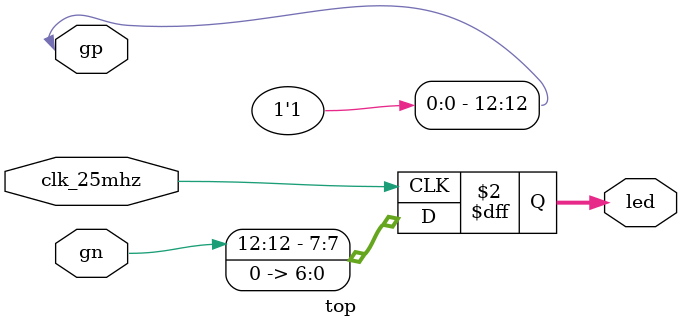
<source format=v>
module top(input clk_25mhz,
           inout [27:0] gp,
           inout [27:0] gn,
           output [7:0] led);

    wire rioc;
    assign gp[12] = 1;

    always @(posedge clk_25mhz) begin
          led[6:0] <= 0;
          led[7] <= gn[12];
    end

endmodule
</source>
